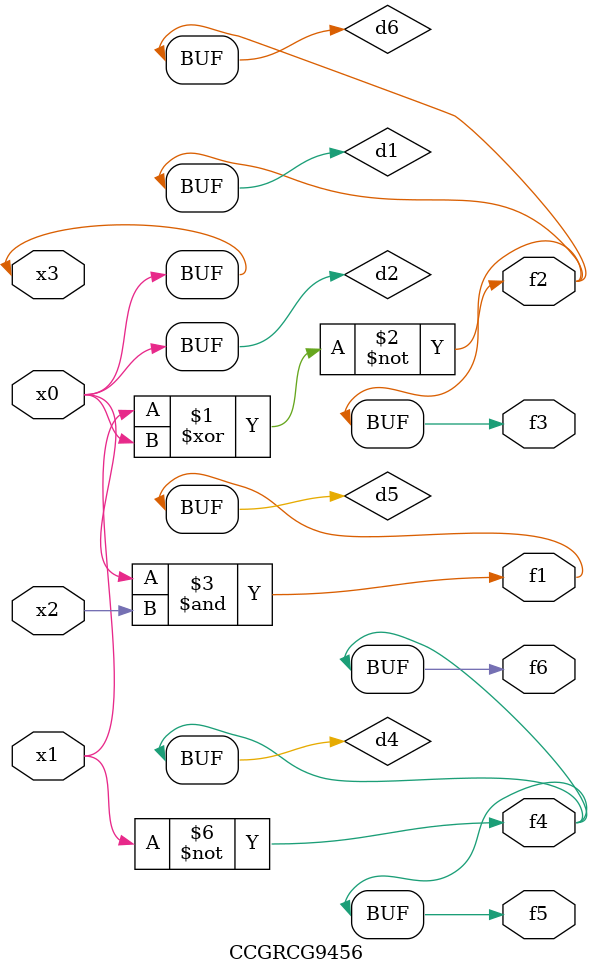
<source format=v>
module CCGRCG9456(
	input x0, x1, x2, x3,
	output f1, f2, f3, f4, f5, f6
);

	wire d1, d2, d3, d4, d5, d6;

	xnor (d1, x1, x3);
	buf (d2, x0, x3);
	nand (d3, x0, x2);
	not (d4, x1);
	nand (d5, d3);
	or (d6, d1);
	assign f1 = d5;
	assign f2 = d6;
	assign f3 = d6;
	assign f4 = d4;
	assign f5 = d4;
	assign f6 = d4;
endmodule

</source>
